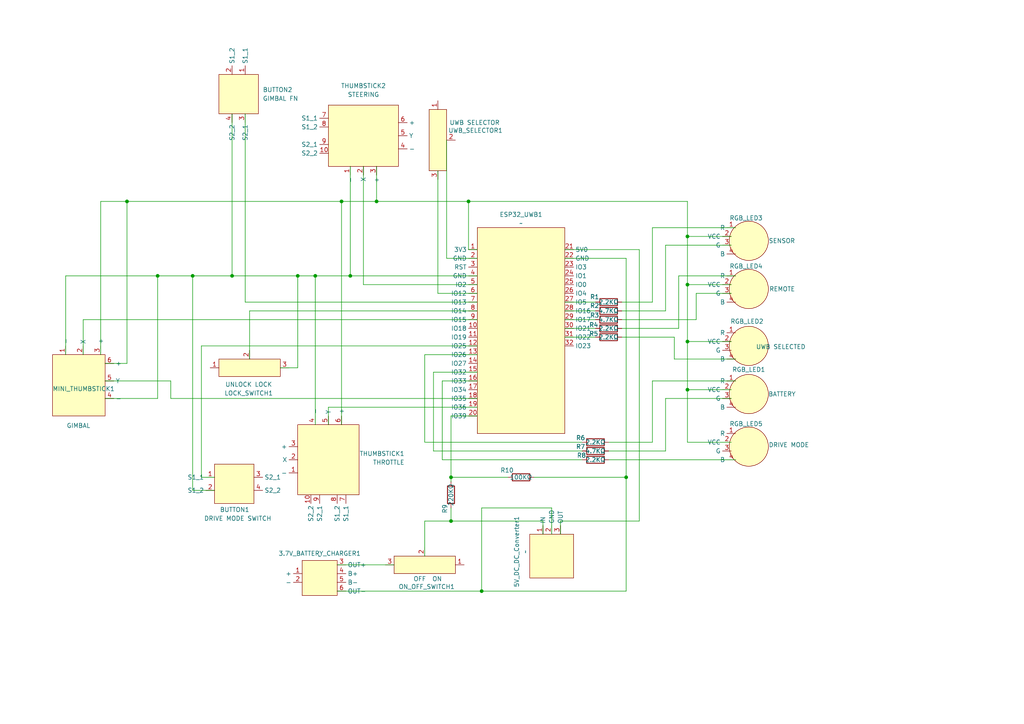
<source format=kicad_sch>
(kicad_sch (version 20250114) (generator "eeschema") (generator_version "9.0")
  (paper "A4")
  (title_block (title "Autocam Remote") (date "2025-03-18") (rev "v0.4"))
  (lib_symbols
    (symbol "Autocam:3_PIN_Switch"
      (property "Reference" "U?" (at -0.254 5.334 0))
      (symbol "3_PIN_Switch_1_1"
        (rectangle (start -8.89 2.54) (end 8.89 -2.54) (fill (type color) (color 255 255 194 1)))
        (pin passive line (at -8.89 0 180) (length 2.54) (name "") (number "1"))
        (pin passive line (at 0 -2.54 270) (length 2.54) (name "") (number "2"))
        (pin passive line (at 8.89 0 0) (length 2.54) (name "") (number "3"))
      )
    )
    (symbol "Autocam:5V_DC_Converter_Sqaure"
      (property "Reference" "U?" (at 0 7.62 0))
      (symbol "5V_DC_Converter_Sqaure_1_1"
        (rectangle (start -6.35 6.35) (end 6.35 -6.35) (fill (type color) (color 255 255 194 1)))
        (pin power_in line (at -2.54 -6.35 270) (length 2.54) (name "IN") (number "1"))
        (pin power_in line (at 0 -6.35 270) (length 2.54) (name "GND") (number "2"))
        (pin output line (at 2.54 -6.35 270) (length 2.54) (name "OUT") (number "3"))
      )
    )
    (symbol "Autocam:ANODE_RGB_LED_Round"
      (property "Reference" "U?" (at 0 7.62 0))
      (symbol "ANODE_RGB_LED_Round_1_1"
        (circle (center 0 0) (radius 5.6796) (fill (type color) (color 255 255 194 1)))
        (pin power_in line (at -5.08 1.27 180) (length 2.54) (name "VCC") (number "2"))
        (pin passive line (at -5.08 -1.27 180) (length 2.54) (name "G") (number "3"))
        (pin passive line (at -3.81 3.81 180) (length 2.54) (name "R") (number "1"))
        (pin passive line (at -3.81 -3.81 180) (length 2.54) (name "B") (number "4"))
      )
    )
    (symbol "Autocam:Makersfab_ESP32_UWB"
      (property "Reference" "U?" (at -0.508 31.75 0))
      (symbol "Makersfab_ESP32_UWB_1_1"
        (rectangle (start -12.7 29.21) (end 12.7 -30.48) (fill (type color) (color 255 255 194 1)))
        (pin power_out line (at -12.7 22.86 180) (length 2.54) (name "3V3") (number "1"))
        (pin power_in line (at -12.7 20.32 180) (length 2.54) (name "GND") (number "2"))
        (pin input line (at -12.7 17.78 180) (length 2.54) (name "RST") (number "3"))
        (pin power_in line (at -12.7 15.24 180) (length 2.54) (name "GND") (number "4"))
        (pin bidirectional line (at -12.7 12.7 180) (length 2.54) (name "IO2") (number "5"))
        (pin bidirectional line (at -12.7 10.16 180) (length 2.54) (name "IO12") (number "6"))
        (pin bidirectional line (at -12.7 7.62 180) (length 2.54) (name "IO13") (number "7"))
        (pin bidirectional line (at -12.7 5.08 180) (length 2.54) (name "IO14") (number "8"))
        (pin bidirectional line (at -12.7 2.54 180) (length 2.54) (name "IO15") (number "9"))
        (pin bidirectional line (at -12.7 0 180) (length 2.54) (name "IO18") (number "10"))
        (pin bidirectional line (at -12.7 -2.54 180) (length 2.54) (name "IO19") (number "11"))
        (pin bidirectional line (at -12.7 -5.08 180) (length 2.54) (name "IO25") (number "12"))
        (pin bidirectional line (at -12.7 -7.62 180) (length 2.54) (name "IO26") (number "13"))
        (pin bidirectional line (at -12.7 -10.16 180) (length 2.54) (name "IO27") (number "14"))
        (pin bidirectional line (at -12.7 -12.7 180) (length 2.54) (name "IO32") (number "15"))
        (pin bidirectional line (at -12.7 -15.24 180) (length 2.54) (name "IO33") (number "16"))
        (pin bidirectional line (at -12.7 -17.78 180) (length 2.54) (name "IO34") (number "17"))
        (pin bidirectional line (at -12.7 -20.32 180) (length 2.54) (name "IO35") (number "18"))
        (pin bidirectional line (at -12.7 -22.86 180) (length 2.54) (name "IO36") (number "19"))
        (pin bidirectional line (at -12.7 -25.4 180) (length 2.54) (name "IO39") (number "20"))
        (pin power_in line (at 12.7 22.86 0) (length 2.54) (name "5V0") (number "21"))
        (pin power_in line (at 12.7 20.32 0) (length 2.54) (name "GND") (number "22"))
        (pin bidirectional line (at 12.7 17.78 0) (length 2.54) (name "IO3") (number "23"))
        (pin bidirectional line (at 12.7 15.24 0) (length 2.54) (name "IO1") (number "24"))
        (pin bidirectional line (at 12.7 12.7 0) (length 2.54) (name "IO0") (number "25"))
        (pin bidirectional line (at 12.7 10.16 0) (length 2.54) (name "IO4") (number "26"))
        (pin bidirectional line (at 12.7 7.62 0) (length 2.54) (name "IO5") (number "27"))
        (pin bidirectional line (at 12.7 5.08 0) (length 2.54) (name "IO16") (number "28"))
        (pin bidirectional line (at 12.7 2.54 0) (length 2.54) (name "IO17") (number "29"))
        (pin bidirectional line (at 12.7 0 0) (length 2.54) (name "IO21") (number "30"))
        (pin bidirectional line (at 12.7 -2.54 0) (length 2.54) (name "IO22") (number "31"))
        (pin bidirectional line (at 12.7 -5.08 0) (length 2.54) (name "IO23") (number "32"))
      )
    )
    (symbol "Autocam:Mini_2_Axis_Analog_Thumbstick"
      (property "Reference" "U?" (at -0.762 9.398 0))
      (symbol "Mini_2_Axis_Analog_Thumbstick_1_1"
        (rectangle (start -10.16 7.62) (end 7.62 -7.62) (fill (type color) (color 255 255 194 1)))
        (pin power_in line (at -5.08 -7.62 270) (length 2.54) (name "-") (number "4"))
        (pin output line (at 0 -7.62 270) (length 2.54) (name "Y") (number "5"))
        (pin power_in line (at 5.08 -7.62 270) (length 2.54) (name "+") (number "6"))
        (pin power_in line (at 7.62 3.81 0) (length 2.54) (name "-") (number "1"))
        (pin output line (at 7.62 -1.27 0) (length 2.54) (name "X") (number "2"))
        (pin power_in line (at 7.62 -6.35 0) (length 2.54) (name "+") (number "3"))
      )
    )
    (symbol "Autocam:Simple Resistor" (pin_numbers (hide yes)) (pin_names (offset 0))
      (property "Reference" "R" (at 2.032 0 90))
      (property "Value" "Simple Resistor" (at 0 0 90))
      (symbol "Simple Resistor_0_1"
        (rectangle (start -1.016 -2.54) (end 1.016 2.54) (stroke (width 0.254)))
      )
      (symbol "Simple Resistor_1_1"
        (pin passive line (at 0 3.81 270) (length 1.27) (name "~") (number "1"))
        (pin passive line (at 0 -3.81 90) (length 1.27) (name "~") (number "2"))
      )
    )
    (symbol "Autocam:Tactile_Switch_Button_Square"
      (property "Reference" "U" (at -0.762 7.62 0))
      (symbol "Tactile_Switch_Button_Square_1_1"
        (rectangle (start -6.35 6.35) (end 5.08 -5.08) (fill (type color) (color 255 255 194 1)))
        (pin passive line (at -6.35 2.54 180) (length 2.54) (name "S1_1") (number "1"))
        (pin passive line (at -6.35 -1.27 180) (length 2.54) (name "S1_2") (number "2"))
        (pin passive line (at 5.08 2.54 0) (length 2.54) (name "S2_1") (number "3"))
        (pin passive line (at 5.08 -1.27 0) (length 2.54) (name "S2_2") (number "4"))
      )
    )
    (symbol "Autocam:USB-C_3.7V_Lithium_Battery_Charger"
      (property "Reference" "U" (at 0 7.366 0))
      (symbol "USB-C_3.7V_Lithium_Battery_Charger_1_1"
        (rectangle (start -5.08 5.08) (end 5.08 -5.08) (fill (type color) (color 255 255 194 1)))
        (pin input line (at -5.08 1.27 180) (length 2.54) (name "+") (number "1"))
        (pin input line (at -5.08 -1.27 180) (length 2.54) (name "-") (number "2"))
        (pin output line (at 5.08 3.81 0) (length 2.54) (name "OUT+") (number "3"))
        (pin input line (at 5.08 1.27 0) (length 2.54) (name "B+") (number "4"))
        (pin input line (at 5.08 -1.27 0) (length 2.54) (name "B-") (number "5"))
        (pin output line (at 5.08 -3.81 0) (length 2.54) (name "OUT-") (number "6"))
      )
    )
    (symbol "Autocam:X-Box_Style_Thumbstick"
      (property "Reference" "U?" (at 0 11.43 0))
      (symbol "X-Box_Style_Thumbstick_1_1"
        (rectangle (start -10.16 8.89) (end 10.16 -8.89) (fill (type color) (color 255 255 194 1)))
        (pin passive line (at -10.16 5.08 180) (length 2.54) (name "S1_1") (number "7"))
        (pin passive line (at -10.16 2.54 180) (length 2.54) (name "S1_2") (number "8"))
        (pin passive line (at -10.16 -2.54 180) (length 2.54) (name "S2_1") (number "9"))
        (pin passive line (at -10.16 -5.08 180) (length 2.54) (name "S2_2") (number "10"))
        (pin power_in line (at -3.81 -8.89 270) (length 2.54) (name "-") (number "1"))
        (pin output line (at 0 -8.89 270) (length 2.54) (name "X") (number "2"))
        (pin power_in line (at 3.81 -8.89 270) (length 2.54) (name "+") (number "3"))
        (pin power_in line (at 10.16 3.81 0) (length 2.54) (name "+") (number "6"))
        (pin power_in line (at 10.16 0 0) (length 2.54) (name "Y") (number "5"))
        (pin power_in line (at 10.16 -3.81 0) (length 2.54) (name "-") (number "4"))
      )
    )
  )
  (junction (at 130.81 151.13))
  (junction (at 86.36 80.01))
  (junction (at 67.31 80.01))
  (junction (at 130.81 138.43))
  (junction (at 101.6 80.01))
  (junction (at 181.61 138.43))
  (junction (at 45.72 80.01))
  (junction (at 139.7 171.45))
  (junction (at 99.06 58.42))
  (junction (at 109.22 58.42))
  (junction (at 199.39 82.55))
  (junction (at 36.83 58.42))
  (junction (at 135.89 58.42))
  (junction (at 199.39 113.03))
  (junction (at 91.44 80.01))
  (junction (at 199.39 68.58))
  (junction (at 199.39 99.06))
  (junction (at 55.88 80.01))
  (wire (pts (xy 138.43 118.11) (xy 95.25 118.11)))
  (wire (pts (xy 199.39 68.58) (xy 199.39 82.55)))
  (wire (pts (xy 62.23 138.43) (xy 58.42 138.43)))
  (wire (pts (xy 213.36 66.04) (xy 189.23 66.04)))
  (wire (pts (xy 71.12 33.02) (xy 71.12 87.63)))
  (wire (pts (xy 160.02 147.32) (xy 160.02 154.94)))
  (wire (pts (xy 199.39 58.42) (xy 199.39 68.58)))
  (wire (pts (xy 123.19 102.87) (xy 138.43 102.87)))
  (wire (pts (xy 97.79 171.45) (xy 139.7 171.45)))
  (wire (pts (xy 58.42 100.33) (xy 58.42 138.43)))
  (wire (pts (xy 199.39 82.55) (xy 199.39 99.06)))
  (wire (pts (xy 99.06 58.42) (xy 109.22 58.42)))
  (wire (pts (xy 130.81 151.13) (xy 157.48 151.13)))
  (wire (pts (xy 55.88 80.01) (xy 67.31 80.01)))
  (wire (pts (xy 168.91 133.35) (xy 128.27 133.35)))
  (wire (pts (xy 199.39 113.03) (xy 212.09 113.03)))
  (wire (pts (xy 163.83 95.25) (xy 172.72 95.25)))
  (wire (pts (xy 105.41 48.26) (xy 105.41 82.55)))
  (wire (pts (xy 162.56 151.13) (xy 185.42 151.13)))
  (wire (pts (xy 172.72 92.71) (xy 163.83 92.71)))
  (wire (pts (xy 162.56 151.13) (xy 162.56 154.94)))
  (wire (pts (xy 193.04 71.12) (xy 193.04 90.17)))
  (wire (pts (xy 189.23 66.04) (xy 189.23 87.63)))
  (wire (pts (xy 138.43 107.95) (xy 125.73 107.95)))
  (wire (pts (xy 212.09 71.12) (xy 193.04 71.12)))
  (wire (pts (xy 125.73 130.81) (xy 168.91 130.81)))
  (wire (pts (xy 176.53 133.35) (xy 213.36 133.35)))
  (wire (pts (xy 123.19 128.27) (xy 123.19 102.87)))
  (wire (pts (xy 67.31 80.01) (xy 86.36 80.01)))
  (wire (pts (xy 86.36 106.68) (xy 86.36 80.01)))
  (wire (pts (xy 123.19 161.29) (xy 123.19 151.13)))
  (wire (pts (xy 189.23 128.27) (xy 176.53 128.27)))
  (wire (pts (xy 30.48 115.57) (xy 45.72 115.57)))
  (wire (pts (xy 199.39 99.06) (xy 199.39 113.03)))
  (wire (pts (xy 180.34 95.25) (xy 196.85 95.25)))
  (wire (pts (xy 213.36 104.14) (xy 195.58 104.14)))
  (wire (pts (xy 99.06 58.42) (xy 99.06 123.19)))
  (wire (pts (xy 30.48 110.49) (xy 49.53 110.49)))
  (wire (pts (xy 199.39 99.06) (xy 212.09 99.06)))
  (wire (pts (xy 199.39 68.58) (xy 212.09 68.58)))
  (wire (pts (xy 91.44 80.01) (xy 101.6 80.01)))
  (wire (pts (xy 129.54 74.93) (xy 138.43 74.93)))
  (wire (pts (xy 199.39 113.03) (xy 199.39 128.27)))
  (wire (pts (xy 135.89 72.39) (xy 138.43 72.39)))
  (wire (pts (xy 163.83 90.17) (xy 172.72 90.17)))
  (wire (pts (xy 135.89 58.42) (xy 135.89 72.39)))
  (wire (pts (xy 212.09 82.55) (xy 199.39 82.55)))
  (wire (pts (xy 212.09 85.09) (xy 201.93 85.09)))
  (wire (pts (xy 185.42 151.13) (xy 185.42 72.39)))
  (wire (pts (xy 212.09 128.27) (xy 199.39 128.27)))
  (wire (pts (xy 109.22 58.42) (xy 135.89 58.42)))
  (wire (pts (xy 172.72 97.79) (xy 163.83 97.79)))
  (wire (pts (xy 130.81 120.65) (xy 138.43 120.65)))
  (wire (pts (xy 129.54 40.64) (xy 129.54 74.93)))
  (wire (pts (xy 128.27 133.35) (xy 128.27 110.49)))
  (wire (pts (xy 163.83 87.63) (xy 172.72 87.63)))
  (wire (pts (xy 193.04 130.81) (xy 193.04 115.57)))
  (wire (pts (xy 24.13 92.71) (xy 138.43 92.71)))
  (wire (pts (xy 130.81 147.32) (xy 130.81 151.13)))
  (wire (pts (xy 138.43 87.63) (xy 71.12 87.63)))
  (wire (pts (xy 55.88 142.24) (xy 55.88 80.01)))
  (wire (pts (xy 139.7 147.32) (xy 160.02 147.32)))
  (wire (pts (xy 72.39 104.14) (xy 72.39 90.17)))
  (wire (pts (xy 19.05 80.01) (xy 45.72 80.01)))
  (wire (pts (xy 45.72 80.01) (xy 55.88 80.01)))
  (wire (pts (xy 95.25 118.11) (xy 95.25 123.19)))
  (wire (pts (xy 185.42 72.39) (xy 163.83 72.39)))
  (wire (pts (xy 101.6 48.26) (xy 101.6 80.01)))
  (wire (pts (xy 130.81 138.43) (xy 130.81 139.7)))
  (wire (pts (xy 181.61 74.93) (xy 181.61 138.43)))
  (wire (pts (xy 139.7 171.45) (xy 181.61 171.45)))
  (wire (pts (xy 86.36 80.01) (xy 91.44 80.01)))
  (wire (pts (xy 127 85.09) (xy 138.43 85.09)))
  (wire (pts (xy 91.44 80.01) (xy 91.44 123.19)))
  (wire (pts (xy 128.27 110.49) (xy 138.43 110.49)))
  (wire (pts (xy 72.39 90.17) (xy 138.43 90.17)))
  (wire (pts (xy 101.6 80.01) (xy 138.43 80.01)))
  (wire (pts (xy 29.21 58.42) (xy 36.83 58.42)))
  (wire (pts (xy 138.43 115.57) (xy 49.53 115.57)))
  (wire (pts (xy 195.58 97.79) (xy 180.34 97.79)))
  (wire (pts (xy 36.83 58.42) (xy 99.06 58.42)))
  (wire (pts (xy 181.61 74.93) (xy 163.83 74.93)))
  (wire (pts (xy 62.23 142.24) (xy 55.88 142.24)))
  (wire (pts (xy 189.23 110.49) (xy 189.23 128.27)))
  (wire (pts (xy 97.79 163.83) (xy 114.3 163.83)))
  (wire (pts (xy 157.48 151.13) (xy 157.48 154.94)))
  (wire (pts (xy 196.85 80.01) (xy 196.85 95.25)))
  (wire (pts (xy 109.22 48.26) (xy 109.22 58.42)))
  (wire (pts (xy 30.48 105.41) (xy 36.83 105.41)))
  (wire (pts (xy 180.34 92.71) (xy 201.93 92.71)))
  (wire (pts (xy 176.53 130.81) (xy 193.04 130.81)))
  (wire (pts (xy 201.93 85.09) (xy 201.93 92.71)))
  (wire (pts (xy 180.34 87.63) (xy 189.23 87.63)))
  (wire (pts (xy 127 49.53) (xy 127 85.09)))
  (wire (pts (xy 36.83 105.41) (xy 36.83 58.42)))
  (wire (pts (xy 67.31 33.02) (xy 67.31 80.01)))
  (wire (pts (xy 130.81 138.43) (xy 147.32 138.43)))
  (wire (pts (xy 189.23 110.49) (xy 213.36 110.49)))
  (wire (pts (xy 180.34 90.17) (xy 193.04 90.17)))
  (wire (pts (xy 29.21 102.87) (xy 29.21 58.42)))
  (wire (pts (xy 24.13 102.87) (xy 24.13 92.71)))
  (wire (pts (xy 213.36 80.01) (xy 196.85 80.01)))
  (wire (pts (xy 154.94 138.43) (xy 181.61 138.43)))
  (wire (pts (xy 181.61 138.43) (xy 181.61 171.45)))
  (wire (pts (xy 139.7 147.32) (xy 139.7 171.45)))
  (wire (pts (xy 81.28 106.68) (xy 86.36 106.68)))
  (wire (pts (xy 193.04 115.57) (xy 212.09 115.57)))
  (wire (pts (xy 125.73 107.95) (xy 125.73 130.81)))
  (wire (pts (xy 135.89 58.42) (xy 199.39 58.42)))
  (wire (pts (xy 195.58 97.79) (xy 195.58 104.14)))
  (wire (pts (xy 123.19 151.13) (xy 130.81 151.13)))
  (wire (pts (xy 105.41 82.55) (xy 138.43 82.55)))
  (wire (pts (xy 49.53 115.57) (xy 49.53 110.49)))
  (wire (pts (xy 45.72 80.01) (xy 45.72 115.57)))
  (wire (pts (xy 138.43 100.33) (xy 58.42 100.33)))
  (wire (pts (xy 168.91 128.27) (xy 123.19 128.27)))
  (wire (pts (xy 130.81 120.65) (xy 130.81 138.43)))
  (wire (pts (xy 19.05 102.87) (xy 19.05 80.01)))
  (symbol (lib_id "Autocam:X-Box_Style_Thumbstick") (at 105.41 39.37 0) (unit 1)
    (property "Reference" "THUMBSTICK2" (at 105.41 24.892 0))
    (property "Value" "STEERING" (at 105.41 27.432 0))
    (property "Footprint" "Autocam:X-Box Style Thumbstick" (effects (hide yes)))
  )
  (symbol (lib_id "Autocam:ANODE_RGB_LED_Round") (at 217.17 69.85 0) (unit 1)
    (property "Reference" "RGB_LED3" (at 221.234 63.246 0) (effects (justify right)))
    (property "Value" "SENSOR" (at 230.632 69.85 0) (effects (justify right)))
    (property "Footprint" "Autocam:Anode RGB LED (Round)" (effects (hide yes)))
  )
  (symbol (lib_id "Autocam:USB-C_3.7V_Lithium_Battery_Charger") (at 92.71 167.64 0) (unit 1)
    (property "Reference" "3.7V_BATTERY_CHARGER1" (at 92.71 160.528 0))
    (property "Value" "~" (at 92.71 161.29 0))
    (property "Footprint" "Autocam:USB-C 3.7V Lithium Battery Charger" (effects (hide yes)))
  )
  (symbol (lib_id "Autocam:3_PIN_Switch") (at 123.19 163.83 180) (unit 1)
    (property "Reference" "ON_OFF_SWITCH1" (at 115.57 170.18 0) (effects (justify right)))
    (property "Value" "OFF  ON" (at 119.888 167.894 0) (effects (justify right)))
    (property "Footprint" "Autocam:3-PIN Switch" (effects (hide yes)))
  )
  (symbol (lib_id "Autocam:Mini_2_Axis_Analog_Thumbstick") (at 22.86 110.49 90) (unit 1)
    (property "Reference" "MINI_THUMBSTICK1" (at 15.24 112.776 90) (effects (justify right)))
    (property "Value" "GIMBAL" (at 19.304 123.444 90) (effects (justify right)))
    (property "Footprint" "Autocam:Mini 2-Axis Analog Thumbstick" (effects (hide yes)))
  )
  (symbol (lib_id "Autocam:5V_DC_Converter_Sqaure") (at 160.02 161.29 0) (mirror x) (unit 1)
    (property "Reference" "5V_DC_DC_Converter1" (at 149.86 160.02 90))
    (property "Value" "~" (at 152.4 160.02 90))
    (property "Footprint" "Autocam:5V DC-DC Step Up Converter (Square)" (effects (hide yes)))
  )
  (symbol (lib_id "Autocam:Simple Resistor") (at 176.53 92.71 90) (unit 1)
    (property "Reference" "R3" (at 172.466 91.44 90))
    (property "Value" "4.7KΩ" (at 176.53 92.71 90))
    (property "Footprint" "Autocam:Simple Resistor" (effects (hide yes)))
    (property "Description" "Resistor" (effects (hide yes)))
  )
  (symbol (lib_id "Autocam:Simple Resistor") (at 176.53 90.17 90) (mirror x) (unit 1)
    (property "Reference" "R2" (at 172.466 88.646 90))
    (property "Value" "4.7KΩ" (at 176.53 90.17 90))
    (property "Footprint" "Autocam:Simple Resistor" (effects (hide yes)))
    (property "Description" "Resistor" (effects (hide yes)))
  )
  (symbol (lib_id "Autocam:Simple Resistor") (at 151.13 138.43 90) (unit 1)
    (property "Reference" "R10" (at 147.066 136.398 90))
    (property "Value" "100KΩ" (at 151.13 138.43 90))
    (property "Footprint" "Autocam:Simple Resistor" (effects (hide yes)))
    (property "Description" "Resistor" (effects (hide yes)))
  )
  (symbol (lib_id "Autocam:ANODE_RGB_LED_Round") (at 217.17 114.3 0) (unit 1)
    (property "Reference" "RGB_LED1" (at 221.996 107.188 0) (effects (justify right)))
    (property "Value" "BATTERY" (at 226.822 114.3 0))
    (property "Footprint" "Autocam:Anode RGB LED (Round)" (effects (hide yes)))
  )
  (symbol (lib_id "Autocam:Simple Resistor") (at 172.72 133.35 90) (unit 1)
    (property "Reference" "R8" (at 168.656 132.08 90))
    (property "Value" "2.2KΩ" (at 172.72 133.35 90))
    (property "Footprint" "Autocam:Simple Resistor" (effects (hide yes)))
    (property "Description" "Resistor" (effects (hide yes)))
  )
  (symbol (lib_id "Autocam:Tactile_Switch_Button_Square") (at 68.58 140.97 0) (unit 1)
    (property "Reference" "BUTTON1" (at 63.754 147.828 0) (effects (justify left)))
    (property "Value" "DRIVE MODE SWITCH" (at 59.182 150.368 0) (effects (justify left)))
    (property "Footprint" "Autocam:Tactile Switch Button (Square)" (effects (hide yes)))
  )
  (symbol (lib_id "Autocam:Makersfab_ESP32_UWB") (at 151.13 95.25 0) (unit 1)
    (property "Reference" "ESP32_UWB1" (at 151.13 62.23 0))
    (property "Value" "~" (at 151.13 64.77 0))
    (property "Footprint" "Autocam:Makersfab ESP32 UWB" (effects (hide yes)))
  )
  (symbol (lib_id "Autocam:ANODE_RGB_LED_Round") (at 217.17 129.54 0) (unit 1)
    (property "Reference" "RGB_LED5" (at 221.234 122.936 0) (effects (justify right)))
    (property "Value" "DRIVE MODE" (at 234.696 129.032 0) (effects (justify right)))
    (property "Footprint" "Autocam:Anode RGB LED (Round)" (effects (hide yes)))
  )
  (symbol (lib_id "Autocam:Simple Resistor") (at 176.53 97.79 90) (unit 1)
    (property "Reference" "R5" (at 172.212 96.774 90))
    (property "Value" "2.2KΩ" (at 176.53 97.79 90))
    (property "Footprint" "Autocam:Simple Resistor" (effects (hide yes)))
    (property "Description" "Resistor" (effects (hide yes)))
  )
  (symbol (lib_id "Autocam:3_PIN_Switch") (at 72.39 106.68 0) (mirror x) (unit 1)
    (property "Reference" "LOCK_SWITCH1" (at 72.136 114.046 0))
    (property "Value" "UNLOCK LOCK" (at 72.136 111.506 0))
    (property "Footprint" "Autocam:3-PIN Switch" (effects (hide yes)))
  )
  (symbol (lib_id "Autocam:Simple Resistor") (at 176.53 95.25 90) (unit 1)
    (property "Reference" "R4" (at 172.212 94.234 90))
    (property "Value" "2.2KΩ" (at 176.53 95.25 90))
    (property "Footprint" "Autocam:Simple Resistor" (effects (hide yes)))
    (property "Description" "Resistor" (effects (hide yes)))
  )
  (symbol (lib_id "Autocam:X-Box_Style_Thumbstick") (at 95.25 133.35 270) (mirror x) (unit 1)
    (property "Reference" "THUMBSTICK1" (at 117.348 131.572 90) (effects (justify right)))
    (property "Value" "THROTTLE" (at 117.348 134.112 90) (effects (justify right)))
    (property "Footprint" "Autocam:X-Box Style Thumbstick" (effects (hide yes)))
  )
  (symbol (lib_id "Autocam:Tactile_Switch_Button_Square") (at 68.58 27.94 270) (unit 1)
    (property "Reference" "BUTTON2" (at 76.2 26.0349 90) (effects (justify left)))
    (property "Value" "GIMBAL FN" (at 76.2 28.5749 90) (effects (justify left)))
    (property "Footprint" "Autocam:Tactile Switch Button (Square)" (effects (hide yes)))
  )
  (symbol (lib_id "Autocam:ANODE_RGB_LED_Round") (at 217.17 100.33 0) (unit 1)
    (property "Reference" "RGB_LED2" (at 221.488 93.218 0) (effects (justify right)))
    (property "Value" "UWB SELECTED" (at 233.68 100.584 0) (effects (justify right)))
    (property "Footprint" "Autocam:Anode RGB LED (Round)" (effects (hide yes)))
  )
  (symbol (lib_id "Autocam:ANODE_RGB_LED_Round") (at 217.17 83.82 0) (unit 1)
    (property "Reference" "RGB_LED4" (at 221.234 77.216 0) (effects (justify right)))
    (property "Value" "REMOTE" (at 230.632 83.82 0) (effects (justify right)))
    (property "Footprint" "Autocam:Anode RGB LED (Round)" (effects (hide yes)))
  )
  (symbol (lib_id "Autocam:Simple Resistor") (at 176.53 87.63 90) (mirror x) (unit 1)
    (property "Reference" "R1" (at 172.466 86.106 90))
    (property "Value" "2.2KΩ" (at 176.53 87.63 90))
    (property "Footprint" "Autocam:Simple Resistor" (effects (hide yes)))
    (property "Description" "Resistor" (effects (hide yes)))
  )
  (symbol (lib_id "Autocam:Simple Resistor") (at 172.72 128.27 90) (unit 1)
    (property "Reference" "R6" (at 168.402 127 90))
    (property "Value" "2.2KΩ" (at 172.72 128.27 90))
    (property "Footprint" "Autocam:Simple Resistor" (effects (hide yes)))
    (property "Description" "Resistor" (effects (hide yes)))
  )
  (symbol (lib_id "Autocam:3_PIN_Switch") (at 127 40.64 90) (mirror x) (unit 1)
    (property "Reference" "UWB_SELECTOR1" (at 137.922 37.846 90))
    (property "Value" "UWB SELECTOR" (at 137.668 35.56 90))
    (property "Footprint" "Autocam:3-PIN Switch" (effects (hide yes)))
  )
  (symbol (lib_id "Autocam:Simple Resistor") (at 130.81 143.51 0) (mirror y) (unit 1)
    (property "Reference" "R9" (at 129.032 147.574 90))
    (property "Value" "220KΩ" (at 130.81 143.51 90))
    (property "Footprint" "Autocam:Simple Resistor" (effects (hide yes)))
    (property "Description" "Resistor" (effects (hide yes)))
  )
  (symbol (lib_id "Autocam:Simple Resistor") (at 172.72 130.81 90) (unit 1)
    (property "Reference" "R7" (at 168.402 129.54 90))
    (property "Value" "4.7KΩ" (at 172.72 130.81 90))
    (property "Footprint" "Autocam:Simple Resistor" (effects (hide yes)))
    (property "Description" "Resistor" (effects (hide yes)))
  )
)
</source>
